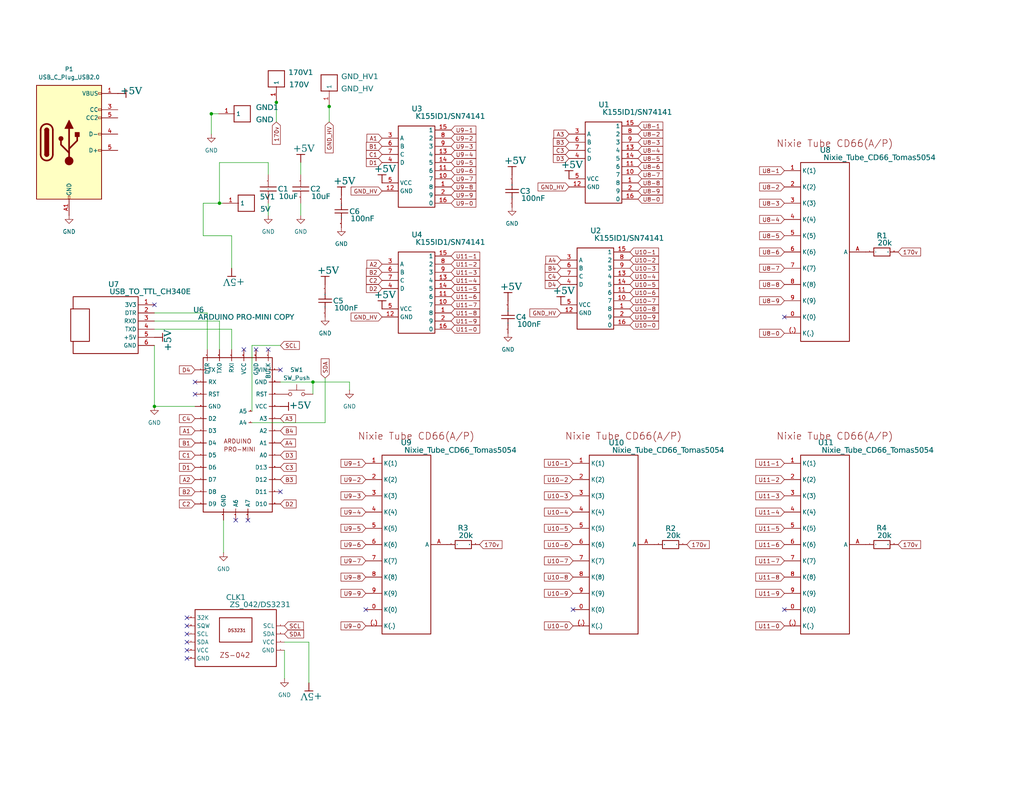
<source format=kicad_sch>
(kicad_sch (version 20250114) (generator "eeschema") (generator_version "9.0")
  (paper "User" 320 250)
  (lib_symbols
    (symbol "+5V" (power) (pin_numbers (hide yes)) (pin_names (hide yes))
      (property "Value" "+5V" (at 0 3.81 0))
      (symbol "+5V_0_0"
        (pin power_in line (at 0 0 270) (length 0) (name "+5V") (number "1"))
      )
    )
    (symbol "C_1206_US"
      (property "Reference" "C3" (at 2.54 0.7747 0))
      (property "Value" "100nF" (at 2.54 -1.4097 0))
      (symbol "C_1206_US_0_0"
        (pin unspecified line (at 0 5.08 270) (length 2.54) (name "2") (number "2"))
        (pin unspecified line (at 0 -5.08 90) (length 2.54) (name "1") (number "1"))
      )
    )
    (symbol "C_1206_US_1"
      (property "Reference" "C4" (at 2.54 0.7747 0))
      (property "Value" "100nF" (at 2.54 -1.3843 0))
      (symbol "C_1206_US_1_0_0"
        (pin unspecified line (at 0 5.08 270) (length 2.54) (name "2") (number "2"))
        (pin unspecified line (at 0 -5.08 90) (length 2.54) (name "1") (number "1"))
      )
    )
    (symbol "C_1206_US_2"
      (property "Reference" "C5" (at 2.54 0.7747 0))
      (property "Value" "100nF" (at 2.54 -1.3843 0))
      (symbol "C_1206_US_2_0_0"
        (pin unspecified line (at 0 5.08 270) (length 2.54) (name "2") (number "2"))
        (pin unspecified line (at 0 -5.08 90) (length 2.54) (name "1") (number "1"))
      )
    )
    (symbol "C_1206_US_3"
      (property "Reference" "C6" (at 2.54 0.7747 0))
      (property "Value" "100nF" (at 2.54 -1.4097 0))
      (symbol "C_1206_US_3_0_0"
        (pin unspecified line (at 0 5.08 270) (length 2.54) (name "2") (number "2"))
        (pin unspecified line (at 0 -5.08 90) (length 2.54) (name "1") (number "1"))
      )
    )
    (symbol "Capacitor-SMD-1206"
      (property "Reference" "C1" (at 3.048 1.4605 0))
      (property "Value" "10uF" (at 3.048 -0.8255 0))
      (symbol "Capacitor-SMD-1206_0_0"
        (pin unspecified line (at 0 5.08 270) (length 3.81) (name "1") (number "1"))
        (pin unspecified line (at 0 -3.81 90) (length 3.81) (name "2") (number "2"))
      )
    )
    (symbol "Capacitor-SMD-1206_1"
      (property "Reference" "C2" (at 3.048 1.4605 0))
      (property "Value" "10uF" (at 3.048 -0.8255 0))
      (symbol "Capacitor-SMD-1206_1_0_0"
        (pin unspecified line (at 0 5.08 270) (length 3.81) (name "1") (number "1"))
        (pin unspecified line (at 0 -3.81 90) (length 3.81) (name "2") (number "2"))
      )
    )
    (symbol "K155ID1/SN74141"
      (property "Reference" "U1" (at -7.2136 26.5303 0))
      (property "Value" "K155ID1/SN74141" (at -7.2136 24.2443 0))
      (symbol "K155ID1/SN74141_0_0"
        (pin unspecified line (at -16.51 16.51 0) (length 5.08) (name "A") (number "3"))
        (pin unspecified line (at -16.51 13.97 0) (length 5.08) (name "B") (number "6"))
        (pin unspecified line (at -16.51 11.43 0) (length 5.08) (name "C") (number "7"))
        (pin unspecified line (at -16.51 8.89 0) (length 5.08) (name "D") (number "4"))
        (pin unspecified line (at -16.51 2.54 0) (length 5.08) (name "VCC") (number "5"))
        (pin unspecified line (at -16.51 0 0) (length 5.08) (name "GND") (number "12"))
        (pin unspecified line (at 5.08 19.05 180) (length 5.08) (name "1") (number "15"))
        (pin unspecified line (at 5.08 16.51 180) (length 5.08) (name "2") (number "8"))
        (pin unspecified line (at 5.08 13.97 180) (length 5.08) (name "3") (number "9"))
        (pin unspecified line (at 5.08 11.43 180) (length 5.08) (name "4") (number "13"))
        (pin unspecified line (at 5.08 8.89 180) (length 5.08) (name "5") (number "14"))
        (pin unspecified line (at 5.08 6.35 180) (length 5.08) (name "6") (number "11"))
        (pin unspecified line (at 5.08 3.81 180) (length 5.08) (name "7") (number "10"))
        (pin unspecified line (at 5.08 1.27 180) (length 5.08) (name "8") (number "1"))
        (pin unspecified line (at 5.08 -1.27 180) (length 5.08) (name "9") (number "2"))
        (pin unspecified line (at 5.08 -3.81 180) (length 5.08) (name "0") (number "16"))
      )
    )
    (symbol "K155ID1/SN74141_1"
      (property "Reference" "U2" (at -7.2136 26.5303 0))
      (property "Value" "K155ID1/SN74141" (at -7.2136 24.2443 0))
      (symbol "K155ID1/SN74141_1_0_0"
        (pin unspecified line (at -16.51 16.51 0) (length 5.08) (name "A") (number "3"))
        (pin unspecified line (at -16.51 13.97 0) (length 5.08) (name "B") (number "6"))
        (pin unspecified line (at -16.51 11.43 0) (length 5.08) (name "C") (number "7"))
        (pin unspecified line (at -16.51 8.89 0) (length 5.08) (name "D") (number "4"))
        (pin unspecified line (at -16.51 2.54 0) (length 5.08) (name "VCC") (number "5"))
        (pin unspecified line (at -16.51 0 0) (length 5.08) (name "GND") (number "12"))
        (pin unspecified line (at 5.08 19.05 180) (length 5.08) (name "1") (number "15"))
        (pin unspecified line (at 5.08 16.51 180) (length 5.08) (name "2") (number "8"))
        (pin unspecified line (at 5.08 13.97 180) (length 5.08) (name "3") (number "9"))
        (pin unspecified line (at 5.08 11.43 180) (length 5.08) (name "4") (number "13"))
        (pin unspecified line (at 5.08 8.89 180) (length 5.08) (name "5") (number "14"))
        (pin unspecified line (at 5.08 6.35 180) (length 5.08) (name "6") (number "11"))
        (pin unspecified line (at 5.08 3.81 180) (length 5.08) (name "7") (number "10"))
        (pin unspecified line (at 5.08 1.27 180) (length 5.08) (name "8") (number "1"))
        (pin unspecified line (at 5.08 -1.27 180) (length 5.08) (name "9") (number "2"))
        (pin unspecified line (at 5.08 -3.81 180) (length 5.08) (name "0") (number "16"))
      )
    )
    (symbol "K155ID1/SN74141_2"
      (property "Reference" "U3" (at -7.2136 26.5303 0))
      (property "Value" "K155ID1/SN74141" (at -7.2136 24.2443 0))
      (symbol "K155ID1/SN74141_2_0_0"
        (pin unspecified line (at -16.51 16.51 0) (length 5.08) (name "A") (number "3"))
        (pin unspecified line (at -16.51 13.97 0) (length 5.08) (name "B") (number "6"))
        (pin unspecified line (at -16.51 11.43 0) (length 5.08) (name "C") (number "7"))
        (pin unspecified line (at -16.51 8.89 0) (length 5.08) (name "D") (number "4"))
        (pin unspecified line (at -16.51 2.54 0) (length 5.08) (name "VCC") (number "5"))
        (pin unspecified line (at -16.51 0 0) (length 5.08) (name "GND") (number "12"))
        (pin unspecified line (at 5.08 19.05 180) (length 5.08) (name "1") (number "15"))
        (pin unspecified line (at 5.08 16.51 180) (length 5.08) (name "2") (number "8"))
        (pin unspecified line (at 5.08 13.97 180) (length 5.08) (name "3") (number "9"))
        (pin unspecified line (at 5.08 11.43 180) (length 5.08) (name "4") (number "13"))
        (pin unspecified line (at 5.08 8.89 180) (length 5.08) (name "5") (number "14"))
        (pin unspecified line (at 5.08 6.35 180) (length 5.08) (name "6") (number "11"))
        (pin unspecified line (at 5.08 3.81 180) (length 5.08) (name "7") (number "10"))
        (pin unspecified line (at 5.08 1.27 180) (length 5.08) (name "8") (number "1"))
        (pin unspecified line (at 5.08 -1.27 180) (length 5.08) (name "9") (number "2"))
        (pin unspecified line (at 5.08 -3.81 180) (length 5.08) (name "0") (number "16"))
      )
    )
    (symbol "K155ID1/SN74141_3"
      (property "Reference" "U4" (at -7.2136 26.5303 0))
      (property "Value" "K155ID1/SN74141" (at -7.2136 24.2443 0))
      (symbol "K155ID1/SN74141_3_0_0"
        (pin unspecified line (at -16.51 16.51 0) (length 5.08) (name "A") (number "3"))
        (pin unspecified line (at -16.51 13.97 0) (length 5.08) (name "B") (number "6"))
        (pin unspecified line (at -16.51 11.43 0) (length 5.08) (name "C") (number "7"))
        (pin unspecified line (at -16.51 8.89 0) (length 5.08) (name "D") (number "4"))
        (pin unspecified line (at -16.51 2.54 0) (length 5.08) (name "VCC") (number "5"))
        (pin unspecified line (at -16.51 0 0) (length 5.08) (name "GND") (number "12"))
        (pin unspecified line (at 5.08 19.05 180) (length 5.08) (name "1") (number "15"))
        (pin unspecified line (at 5.08 16.51 180) (length 5.08) (name "2") (number "8"))
        (pin unspecified line (at 5.08 13.97 180) (length 5.08) (name "3") (number "9"))
        (pin unspecified line (at 5.08 11.43 180) (length 5.08) (name "4") (number "13"))
        (pin unspecified line (at 5.08 8.89 180) (length 5.08) (name "5") (number "14"))
        (pin unspecified line (at 5.08 6.35 180) (length 5.08) (name "6") (number "11"))
        (pin unspecified line (at 5.08 3.81 180) (length 5.08) (name "7") (number "10"))
        (pin unspecified line (at 5.08 1.27 180) (length 5.08) (name "8") (number "1"))
        (pin unspecified line (at 5.08 -1.27 180) (length 5.08) (name "9") (number "2"))
        (pin unspecified line (at 5.08 -3.81 180) (length 5.08) (name "0") (number "16"))
      )
    )
    (symbol "New_Library:ARDUINO_PRO-MINI_COPY"
      (property "Reference" "U6" (at -13.208 70.3453 0))
      (property "Value" "ARDUINO_PRO-MINI_COPY" (at -13.208 68.1609 0))
      (symbol "ARDUINO_PRO-MINI_COPY_0_0"
        (text "ARDUINO" (at -3.81 29.2671 0) (effects (font (size 1.3271 1.3271)) (justify left top)))
        (text "PRO-MINI" (at -3.81 26.7271 0) (effects (font (size 1.3271 1.3271)) (justify left top)))
        (pin unspecified line (at -12.7 46.99 0) (length 3.556) (name "RX") (number "1"))
      )
      (symbol "ARDUINO_PRO-MINI_COPY_1_0"
        (pin unspecified line (at -12.7 50.8 0) (length 3.556) (name "TX") (number "TX"))
        (pin unspecified line (at -12.7 43.18 0) (length 3.556) (name "RST") (number "RST"))
        (pin unspecified line (at -12.7 39.37 0) (length 3.556) (name "GND") (number "GND"))
        (pin unspecified line (at -12.7 35.56 0) (length 3.556) (name "D2") (number "D2"))
        (pin unspecified line (at -12.7 31.75 0) (length 3.556) (name "D3") (number "D3"))
        (pin unspecified line (at -12.7 27.94 0) (length 3.556) (name "D4") (number "D4"))
        (pin unspecified line (at -12.7 24.13 0) (length 3.556) (name "D5") (number "D5"))
        (pin unspecified line (at -12.7 20.32 0) (length 3.556) (name "D6") (number "D6"))
        (pin unspecified line (at -12.7 16.51 0) (length 3.556) (name "D7") (number "D7"))
        (pin unspecified line (at -12.7 12.7 0) (length 3.556) (name "D8") (number "D8"))
        (pin unspecified line (at -12.7 8.89 0) (length 3.556) (name "D9") (number "D9"))
        (pin unspecified line (at -8.89 57.15 270) (length 3.556) (name "DTR") (number "DTR"))
        (pin unspecified line (at -5.08 57.15 270) (length 3.556) (name "TX0") (number "TX@1"))
        (pin unspecified line (at -3.81 3.81 90) (length 3.556) (name "GND") (number "GND"))
        (pin unspecified line (at -1.27 57.15 270) (length 3.556) (name "RXI") (number "RX@1"))
        (pin unspecified line (at 0 3.81 90) (length 3.556) (name "A6") (number "A6"))
        (pin unspecified line (at 2.54 57.15 270) (length 3.556) (name "VCC") (number "VCC@1"))
        (pin unspecified line (at 3.81 3.81 90) (length 3.556) (name "A7") (number "A7"))
        (pin unspecified line (at 5.08 37.846 180) (length 1.016) (name "A5") (number "A5"))
        (pin unspecified line (at 5.08 34.29 180) (length 1.016) (name "A4") (number "A4"))
        (pin unspecified line (at 6.35 57.15 270) (length 3.556) (name "GND") (number "GND@2"))
        (pin unspecified line (at 10.16 57.15 270) (length 3.556) (name "BULK") (number "BLK"))
        (pin unspecified line (at 13.97 50.8 180) (length 3.556) (name "VIN") (number "RAW"))
        (pin unspecified line (at 13.97 46.99 180) (length 3.556) (name "GND") (number "GND@1"))
        (pin unspecified line (at 13.97 43.18 180) (length 3.556) (name "RST") (number "RST@1"))
        (pin unspecified line (at 13.97 39.37 180) (length 3.556) (name "VCC") (number "VCC"))
        (pin unspecified line (at 13.97 35.56 180) (length 3.556) (name "A3") (number "A3"))
        (pin unspecified line (at 13.97 31.75 180) (length 3.556) (name "A2") (number "A2"))
        (pin unspecified line (at 13.97 27.94 180) (length 3.556) (name "A1") (number "A1"))
        (pin unspecified line (at 13.97 24.13 180) (length 3.556) (name "A0") (number "A0"))
        (pin unspecified line (at 13.97 20.32 180) (length 3.556) (name "D13") (number "D13"))
        (pin unspecified line (at 13.97 16.51 180) (length 3.556) (name "D12") (number "D12"))
        (pin unspecified line (at 13.97 12.7 180) (length 3.556) (name "D11") (number "D11"))
        (pin unspecified line (at 13.97 8.89 180) (length 3.556) (name "D10") (number "D10"))
      )
    )
    (symbol "New_Library:SOLDERPAD_2"
      (property "Reference" "31111" (at -0.635 9.4615 0))
      (property "Value" "GND_HV" (at -0.635 7.1755 0))
      (symbol "SOLDERPAD_2_0_0"
        (pin bidirectional line (at 0 -5.334 90) (length 4.9784) (name "1") (number "1"))
      )
    )
    (symbol "New_Library:USB_C_Plug_USB2.0" (pin_names (offset 1.016))
      (property "Reference" "P" (at -10.16 19.05 0))
      (property "Value" "USB_C_Plug_USB2.0" (at 12.7 19.05 0))
      (symbol "USB_C_Plug_USB2.0_1_1"
        (pin passive line (at 0 -22.86 90) (length 5.08) (hide yes) (name "GND") (number "2"))
        (pin passive line (at 0 -22.86 90) (length 5.08) (name "GND") (number "A1"))
        (pin passive line (at 0 -22.86 90) (length 5.08) (hide yes) (name "GND") (number "B1"))
        (pin passive line (at 0 -22.86 90) (length 5.08) (hide yes) (name "GND") (number "B12"))
        (pin passive line (at 15.24 15.24 180) (length 5.08) (name "VBUS") (number "1"))
        (pin passive line (at 15.24 15.24 180) (length 5.08) (hide yes) (name "VBUS") (number "A9"))
        (pin passive line (at 15.24 15.24 180) (length 5.08) (hide yes) (name "VBUS") (number "B4"))
        (pin passive line (at 15.24 15.24 180) (length 5.08) (hide yes) (name "VBUS") (number "B9"))
        (pin bidirectional line (at 15.24 10.16 180) (length 5.08) (name "CC") (number "3"))
        (pin bidirectional line (at 15.24 7.62 180) (length 5.08) (name "CC2") (number "5"))
        (pin bidirectional line (at 15.24 2.54 180) (length 5.08) (name "D-") (number "4"))
        (pin bidirectional line (at 15.24 -2.54 180) (length 5.08) (name "D+") (number "5"))
      )
    )
    (symbol "Nixie_Tube_CD66_Tomas5054"
      (property "Reference" "U8" (at 6.096 4.7117 0))
      (property "Value" "Nixie_Tube_CD66_Tomas5054" (at 6.096 2.4511 0))
      (symbol "Nixie_Tube_CD66_Tomas5054_0_0"
        (text "Nixie Tube CD66(A/P)" (at -7.62 7.2517 0) (effects (font (size 2.1717 2.1717)) (justify left top)))
        (pin unspecified line (at -5.08 -2.54 0) (length 5.08) (name "K(1)") (number "1"))
        (pin unspecified line (at -5.08 -7.62 0) (length 5.08) (name "K(2)") (number "2"))
        (pin unspecified line (at -5.08 -12.7 0) (length 5.08) (name "K(3)") (number "3"))
        (pin unspecified line (at -5.08 -17.78 0) (length 5.08) (name "K(4)") (number "4"))
        (pin unspecified line (at -5.08 -22.86 0) (length 5.08) (name "K(5)") (number "5"))
        (pin unspecified line (at -5.08 -27.94 0) (length 5.08) (name "K(6)") (number "6"))
        (pin unspecified line (at -5.08 -33.02 0) (length 5.08) (name "K(7)") (number "7"))
        (pin unspecified line (at -5.08 -38.1 0) (length 5.08) (name "K(8)") (number "8"))
        (pin unspecified line (at -5.08 -43.18 0) (length 5.08) (name "K(9)") (number "9"))
        (pin unspecified line (at -5.08 -48.26 0) (length 5.08) (name "K(0)") (number "0"))
        (pin unspecified line (at -5.08 -53.34 0) (length 5.08) (name "K(.)") (number "(.)"))
        (pin unspecified line (at 20.32 -27.94 180) (length 5.08) (name "A") (number "A"))
      )
    )
    (symbol "Nixie_Tube_CD66_Tomas5054_1"
      (property "Reference" "U9" (at 5.9436 4.7625 0))
      (property "Value" "Nixie_Tube_CD66_Tomas5054" (at 5.9436 2.4511 0))
      (symbol "Nixie_Tube_CD66_Tomas5054_1_0_0"
        (text "Nixie Tube CD66(A/P)" (at -7.62 7.2517 0) (effects (font (size 2.1717 2.1717)) (justify left top)))
        (pin unspecified line (at -5.08 -2.54 0) (length 5.08) (name "K(1)") (number "1"))
        (pin unspecified line (at -5.08 -7.62 0) (length 5.08) (name "K(2)") (number "2"))
        (pin unspecified line (at -5.08 -12.7 0) (length 5.08) (name "K(3)") (number "3"))
        (pin unspecified line (at -5.08 -17.78 0) (length 5.08) (name "K(4)") (number "4"))
        (pin unspecified line (at -5.08 -22.86 0) (length 5.08) (name "K(5)") (number "5"))
        (pin unspecified line (at -5.08 -27.94 0) (length 5.08) (name "K(6)") (number "6"))
        (pin unspecified line (at -5.08 -33.02 0) (length 5.08) (name "K(7)") (number "7"))
        (pin unspecified line (at -5.08 -38.1 0) (length 5.08) (name "K(8)") (number "8"))
        (pin unspecified line (at -5.08 -43.18 0) (length 5.08) (name "K(9)") (number "9"))
        (pin unspecified line (at -5.08 -48.26 0) (length 5.08) (name "K(0)") (number "0"))
        (pin unspecified line (at -5.08 -53.34 0) (length 5.08) (name "K(.)") (number "(.)"))
        (pin unspecified line (at 20.32 -27.94 180) (length 5.08) (name "A") (number "A"))
      )
    )
    (symbol "Nixie_Tube_CD66_Tomas5054_2"
      (property "Reference" "U10" (at 6.096 4.7117 0))
      (property "Value" "Nixie_Tube_CD66_Tomas5054" (at 6.096 2.4511 0))
      (symbol "Nixie_Tube_CD66_Tomas5054_2_0_0"
        (text "Nixie Tube CD66(A/P)" (at -7.62 7.2517 0) (effects (font (size 2.1717 2.1717)) (justify left top)))
        (pin unspecified line (at -5.08 -2.54 0) (length 5.08) (name "K(1)") (number "1"))
        (pin unspecified line (at -5.08 -7.62 0) (length 5.08) (name "K(2)") (number "2"))
        (pin unspecified line (at -5.08 -12.7 0) (length 5.08) (name "K(3)") (number "3"))
        (pin unspecified line (at -5.08 -17.78 0) (length 5.08) (name "K(4)") (number "4"))
        (pin unspecified line (at -5.08 -22.86 0) (length 5.08) (name "K(5)") (number "5"))
        (pin unspecified line (at -5.08 -27.94 0) (length 5.08) (name "K(6)") (number "6"))
        (pin unspecified line (at -5.08 -33.02 0) (length 5.08) (name "K(7)") (number "7"))
        (pin unspecified line (at -5.08 -38.1 0) (length 5.08) (name "K(8)") (number "8"))
        (pin unspecified line (at -5.08 -43.18 0) (length 5.08) (name "K(9)") (number "9"))
        (pin unspecified line (at -5.08 -48.26 0) (length 5.08) (name "K(0)") (number "0"))
        (pin unspecified line (at -5.08 -53.34 0) (length 5.08) (name "K(.)") (number "(.)"))
        (pin unspecified line (at 20.32 -27.94 180) (length 5.08) (name "A") (number "A"))
      )
    )
    (symbol "Nixie_Tube_CD66_Tomas5054_3"
      (property "Reference" "U11" (at 5.5118 4.7625 0))
      (property "Value" "Nixie_Tube_CD66_Tomas5054" (at 5.5118 2.4511 0))
      (symbol "Nixie_Tube_CD66_Tomas5054_3_0_0"
        (text "Nixie Tube CD66(A/P)" (at -7.62 7.2517 0) (effects (font (size 2.1717 2.1717)) (justify left top)))
        (pin unspecified line (at -5.08 -2.54 0) (length 5.08) (name "K(1)") (number "1"))
        (pin unspecified line (at -5.08 -7.62 0) (length 5.08) (name "K(2)") (number "2"))
        (pin unspecified line (at -5.08 -12.7 0) (length 5.08) (name "K(3)") (number "3"))
        (pin unspecified line (at -5.08 -17.78 0) (length 5.08) (name "K(4)") (number "4"))
        (pin unspecified line (at -5.08 -22.86 0) (length 5.08) (name "K(5)") (number "5"))
        (pin unspecified line (at -5.08 -27.94 0) (length 5.08) (name "K(6)") (number "6"))
        (pin unspecified line (at -5.08 -33.02 0) (length 5.08) (name "K(7)") (number "7"))
        (pin unspecified line (at -5.08 -38.1 0) (length 5.08) (name "K(8)") (number "8"))
        (pin unspecified line (at -5.08 -43.18 0) (length 5.08) (name "K(9)") (number "9"))
        (pin unspecified line (at -5.08 -48.26 0) (length 5.08) (name "K(0)") (number "0"))
        (pin unspecified line (at -5.08 -53.34 0) (length 5.08) (name "K(.)") (number "(.)"))
        (pin unspecified line (at 20.32 -27.94 180) (length 5.08) (name "A") (number "A"))
      )
    )
    (symbol "Res_AXIAL-0.4(1/4W)_EU"
      (property "Reference" "R1" (at -1.5494 5.9055 0))
      (property "Value" "20k" (at -1.5494 3.7211 0))
      (symbol "Res_AXIAL-0.4(1/4W)_EU_0_0"
        (pin unspecified line (at -5.08 0 0) (length 2.54) (name "1") (number "1"))
        (pin unspecified line (at 5.08 0 180) (length 2.54) (name "2") (number "2"))
      )
    )
    (symbol "Res_AXIAL-0.4(1/4W)_EU_1"
      (property "Reference" "R2" (at -1.5494 5.8801 0))
      (property "Value" "20k" (at -1.5494 3.7211 0))
      (symbol "Res_AXIAL-0.4(1/4W)_EU_1_0_0"
        (pin unspecified line (at -5.08 0 0) (length 2.54) (name "1") (number "1"))
        (pin unspecified line (at 5.08 0 180) (length 2.54) (name "2") (number "2"))
      )
    )
    (symbol "Res_AXIAL-0.4(1/4W)_EU_2"
      (property "Reference" "R3" (at -1.651 6.0325 0))
      (property "Value" "20k" (at -1.651 3.7211 0))
      (symbol "Res_AXIAL-0.4(1/4W)_EU_2_0_0"
        (pin unspecified line (at -5.08 0 0) (length 2.54) (name "1") (number "1"))
        (pin unspecified line (at 5.08 0 180) (length 2.54) (name "2") (number "2"))
      )
    )
    (symbol "Res_AXIAL-0.4(1/4W)_EU_3"
      (property "Reference" "R4" (at -1.651 6.0325 0))
      (property "Value" "20k" (at -1.651 3.7211 0))
      (symbol "Res_AXIAL-0.4(1/4W)_EU_3_0_0"
        (pin unspecified line (at -5.08 0 0) (length 2.54) (name "1") (number "1"))
        (pin unspecified line (at 5.08 0 180) (length 2.54) (name "2") (number "2"))
      )
    )
    (symbol "Switch:SW_Push" (pin_numbers (hide yes)) (pin_names (offset 1.016) (hide yes))
      (property "Reference" "SW" (at 1.27 2.54 0))
      (property "Value" "SW_Push" (at 0 -1.524 0))
      (symbol "SW_Push_0_1"
        (pin passive line (at -5.08 0 0) (length 2.54) (name "1") (number "1"))
        (pin passive line (at 5.08 0 180) (length 2.54) (name "2") (number "2"))
      )
    )
    (symbol "USB_TO_TTL_CH340E"
      (property "Reference" "U7" (at 0.889 13.5763 0))
      (property "Value" "USB_TO_TTL_CH340E" (at 0.889 11.3665 0))
      (symbol "USB_TO_TTL_CH340E_0_0"
        (pin unspecified line (at 15.24 6.35 180) (length 5.08) (name "3V3") (number "1"))
        (pin unspecified line (at 15.24 3.81 180) (length 5.08) (name "DTR") (number "2"))
        (pin unspecified line (at 15.24 1.27 180) (length 5.08) (name "RXD") (number "3"))
        (pin unspecified line (at 15.24 -1.27 180) (length 5.08) (name "TXD") (number "4"))
        (pin unspecified line (at 15.24 -3.81 180) (length 5.08) (name "+5V") (number "5"))
        (pin unspecified line (at 15.24 -6.35 180) (length 5.08) (name "GND") (number "6"))
      )
    )
    (symbol "ZS_042/DS3231"
      (property "Reference" "CLK1" (at 9.7282 4.6609 0))
      (property "Value" "ZS_042/DS3231" (at 9.7282 2.4511 0))
      (symbol "ZS_042/DS3231_0_0"
        (text "ZS-042" (at 7.62 -13.316 0) (effects (font (size 1.5684 1.5684)) (justify left top)))
        (text "DS3231" (at 10.16 -5.9436 0) (effects (font (size 0.9652 0.9652)) (justify left top)))
        (pin input line (at -2.54 -2.54 0) (length 2.54) (name "32K") (number "5"))
        (pin input line (at -2.54 -5.08 0) (length 2.54) (name "SQW") (number "6"))
        (pin input line (at -2.54 -7.62 0) (length 2.54) (name "SCL") (number "7"))
        (pin bidirectional line (at -2.54 -10.16 0) (length 2.54) (name "SDA") (number "8"))
        (pin passive line (at -2.54 -12.7 0) (length 2.54) (name "VCC") (number "9"))
        (pin passive line (at -2.54 -15.24 0) (length 2.54) (name "GND") (number "10"))
        (pin input line (at 27.94 -5.08 180) (length 2.54) (name "SCL") (number "1"))
        (pin bidirectional line (at 27.94 -7.62 180) (length 2.54) (name "SDA") (number "2"))
        (pin passive line (at 27.94 -10.16 180) (length 2.54) (name "VCC") (number "3"))
        (pin passive line (at 27.94 -12.7 180) (length 2.54) (name "GND") (number "4"))
      )
    )
    (symbol "power:GND" (power) (pin_numbers (hide yes)) (pin_names (offset 0) (hide yes))
      (property "Value" "GND" (at 0 -3.81 0))
      (symbol "GND_1_1"
        (pin power_in line (at 0 0 270) (length 0) (name "~") (number "1"))
      )
    )
  )
  (junction (at 66.04 35.56))
  (junction (at 97.79 119.38))
  (junction (at 48.26 127))
  (junction (at 102.87 33.274))
  (junction (at 86.36 32.004))
  (junction (at 68.58 63.5))
  (no_connect (at 73.66 162.56))
  (no_connect (at 58.42 195.58))
  (no_connect (at 87.63 153.67))
  (no_connect (at 80.01 109.22))
  (no_connect (at 58.42 200.66))
  (no_connect (at 245.11 190.5))
  (no_connect (at 87.63 115.57))
  (no_connect (at 245.11 99.06))
  (no_connect (at 48.26 95.25))
  (no_connect (at 179.07 190.5))
  (no_connect (at 60.96 123.19))
  (no_connect (at 60.96 119.38))
  (no_connect (at 58.42 203.2))
  (no_connect (at 83.82 109.22))
  (no_connect (at 77.47 162.56))
  (no_connect (at 58.42 205.74))
  (no_connect (at 76.2 109.22))
  (no_connect (at 114.3 190.5))
  (no_connect (at 58.42 193.04))
  (no_connect (at 58.42 198.12))
  (wire (pts (xy 48.26 127) (xy 60.96 127)))
  (wire (pts (xy 68.58 50.8) (xy 83.82 50.8)))
  (wire (pts (xy 93.98 63.5) (xy 93.98 67.31)))
  (wire (pts (xy 48.26 102.87) (xy 72.39 102.87)))
  (wire (pts (xy 64.77 97.79) (xy 48.26 97.79)))
  (wire (pts (xy 69.85 162.56) (xy 69.85 172.72)))
  (wire (pts (xy 68.326 35.56) (xy 66.04 35.56)))
  (wire (pts (xy 68.58 109.22) (xy 68.58 100.33)))
  (wire (pts (xy 102.87 33.274) (xy 102.87 38.1)))
  (wire (pts (xy 83.82 50.8) (xy 83.82 54.61)))
  (wire (pts (xy 96.52 200.66) (xy 96.52 213.36)))
  (wire (pts (xy 109.22 119.38) (xy 97.79 119.38)))
  (wire (pts (xy 63.5 63.5) (xy 68.58 63.5)))
  (wire (pts (xy 109.22 121.92) (xy 109.22 119.38)))
  (wire (pts (xy 68.58 63.5) (xy 68.58 50.8)))
  (wire (pts (xy 97.79 119.38) (xy 97.79 123.19)))
  (wire (pts (xy 101.6 132.08) (xy 78.74 132.08)))
  (wire (pts (xy 64.77 109.22) (xy 64.77 97.79)))
  (wire (pts (xy 72.39 102.87) (xy 72.39 109.22)))
  (wire (pts (xy 48.26 107.95) (xy 48.26 127)))
  (wire (pts (xy 72.39 73.66) (xy 63.5 73.66)))
  (wire (pts (xy 66.04 35.56) (xy 65.786 35.56)))
  (wire (pts (xy 88.9 200.66) (xy 96.52 200.66)))
  (wire (pts (xy 97.79 119.38) (xy 87.63 119.38)))
  (wire (pts (xy 72.39 83.82) (xy 72.39 73.66)))
  (wire (pts (xy 101.6 118.11) (xy 101.6 132.08)))
  (wire (pts (xy 78.74 107.95) (xy 78.74 128.524)))
  (wire (pts (xy 66.04 35.56) (xy 66.04 41.91)))
  (wire (pts (xy 68.58 100.33) (xy 48.26 100.33)))
  (wire (pts (xy 102.87 33.02) (xy 102.87 33.274)))
  (wire (pts (xy 86.36 31.75) (xy 86.36 32.004)))
  (wire (pts (xy 83.82 63.5) (xy 83.82 67.31)))
  (wire (pts (xy 93.98 50.8) (xy 93.98 54.61)))
  (wire (pts (xy 86.36 32.004) (xy 86.36 38.1)))
  (wire (pts (xy 69.596 63.5) (xy 68.58 63.5)))
  (wire (pts (xy 63.5 73.66) (xy 63.5 63.5)))
  (wire (pts (xy 87.63 107.95) (xy 78.74 107.95)))
  (wire (pts (xy 88.9 203.2) (xy 88.9 212.09)))
  (global_label "170v" (shape input) (at 280.67 170.18 0) (property "Intersheetrefs" "${INTERSHEET_REFS}" (effects (hide yes))))
  (global_label "GND_HV" (shape input) (at 102.87 38.1 270) (property "Intersheetrefs" "${INTERSHEET_REFS}" (effects (hide yes))))
  (global_label "C2" (shape input) (at 60.96 157.48 180) (property "Intersheetrefs" "${INTERSHEET_REFS}" (effects (hide yes))))
  (global_label "B1" (shape input) (at 60.96 138.43 180) (property "Intersheetrefs" "${INTERSHEET_REFS}" (effects (hide yes))))
  (global_label "U9-6" (shape input) (at 114.3 170.18 180) (property "Intersheetrefs" "${INTERSHEET_REFS}" (effects (hide yes))))
  (global_label "U8-9" (shape input) (at 199.39 59.69 0) (property "Intersheetrefs" "${INTERSHEET_REFS}" (effects (hide yes))))
  (global_label "U10-8" (shape input) (at 196.85 96.52 0) (property "Intersheetrefs" "${INTERSHEET_REFS}" (effects (hide yes))))
  (global_label "U10-2" (shape input) (at 196.85 81.28 0) (property "Intersheetrefs" "${INTERSHEET_REFS}" (effects (hide yes))))
  (global_label "U9-7" (shape input) (at 140.97 55.88 0) (property "Intersheetrefs" "${INTERSHEET_REFS}" (effects (hide yes))))
  (global_label "C2" (shape input) (at 119.38 87.63 180) (property "Intersheetrefs" "${INTERSHEET_REFS}" (effects (hide yes))))
  (global_label "U9-2" (shape input) (at 140.97 43.18 0) (property "Intersheetrefs" "${INTERSHEET_REFS}" (effects (hide yes))))
  (global_label "A1" (shape input) (at 60.96 134.62 180) (property "Intersheetrefs" "${INTERSHEET_REFS}" (effects (hide yes))))
  (global_label "U8-6" (shape input) (at 199.39 52.07 0) (property "Intersheetrefs" "${INTERSHEET_REFS}" (effects (hide yes))))
  (global_label "B1" (shape input) (at 119.38 45.72 180) (property "Intersheetrefs" "${INTERSHEET_REFS}" (effects (hide yes))))
  (global_label "U11-6" (shape input) (at 140.97 92.71 0) (property "Intersheetrefs" "${INTERSHEET_REFS}" (effects (hide yes))))
  (global_label "U9-3" (shape input) (at 140.97 45.72 0) (property "Intersheetrefs" "${INTERSHEET_REFS}" (effects (hide yes))))
  (global_label "U11-2" (shape input) (at 245.11 149.86 180) (property "Intersheetrefs" "${INTERSHEET_REFS}" (effects (hide yes))))
  (global_label "U9-9" (shape input) (at 140.97 60.96 0) (property "Intersheetrefs" "${INTERSHEET_REFS}" (effects (hide yes))))
  (global_label "U10-7" (shape input) (at 179.07 175.26 180) (property "Intersheetrefs" "${INTERSHEET_REFS}" (effects (hide yes))))
  (global_label "U8-2" (shape input) (at 199.39 41.91 0) (property "Intersheetrefs" "${INTERSHEET_REFS}" (effects (hide yes))))
  (global_label "U9-2" (shape input) (at 114.3 149.86 180) (property "Intersheetrefs" "${INTERSHEET_REFS}" (effects (hide yes))))
  (global_label "U8-8" (shape input) (at 199.39 57.15 0) (property "Intersheetrefs" "${INTERSHEET_REFS}" (effects (hide yes))))
  (global_label "C3" (shape input) (at 177.8 46.99 180) (property "Intersheetrefs" "${INTERSHEET_REFS}" (effects (hide yes))))
  (global_label "U10-3" (shape input) (at 179.07 154.94 180) (property "Intersheetrefs" "${INTERSHEET_REFS}" (effects (hide yes))))
  (global_label "U10-0" (shape input) (at 196.85 101.6 0) (property "Intersheetrefs" "${INTERSHEET_REFS}" (effects (hide yes))))
  (global_label "U10-1" (shape input) (at 179.07 144.78 180) (property "Intersheetrefs" "${INTERSHEET_REFS}" (effects (hide yes))))
  (global_label "U10-5" (shape input) (at 179.07 165.1 180) (property "Intersheetrefs" "${INTERSHEET_REFS}" (effects (hide yes))))
  (global_label "U11-4" (shape input) (at 140.97 87.63 0) (property "Intersheetrefs" "${INTERSHEET_REFS}" (effects (hide yes))))
  (global_label "B4" (shape input) (at 87.63 134.62 0) (property "Intersheetrefs" "${INTERSHEET_REFS}" (effects (hide yes))))
  (global_label "170v" (shape input) (at 280.67 78.74 0) (property "Intersheetrefs" "${INTERSHEET_REFS}" (effects (hide yes))))
  (global_label "A2" (shape input) (at 60.96 149.86 180) (property "Intersheetrefs" "${INTERSHEET_REFS}" (effects (hide yes))))
  (global_label "A2" (shape input) (at 119.38 82.55 180) (property "Intersheetrefs" "${INTERSHEET_REFS}" (effects (hide yes))))
  (global_label "A4" (shape input) (at 175.26 81.28 180) (property "Intersheetrefs" "${INTERSHEET_REFS}" (effects (hide yes))))
  (global_label "U9-5" (shape input) (at 140.97 50.8 0) (property "Intersheetrefs" "${INTERSHEET_REFS}" (effects (hide yes))))
  (global_label "U11-3" (shape input) (at 245.11 154.94 180) (property "Intersheetrefs" "${INTERSHEET_REFS}" (effects (hide yes))))
  (global_label "U11-6" (shape input) (at 245.11 170.18 180) (property "Intersheetrefs" "${INTERSHEET_REFS}" (effects (hide yes))))
  (global_label "U10-4" (shape input) (at 179.07 160.02 180) (property "Intersheetrefs" "${INTERSHEET_REFS}" (effects (hide yes))))
  (global_label "U8-0" (shape input) (at 199.39 62.23 0) (property "Intersheetrefs" "${INTERSHEET_REFS}" (effects (hide yes))))
  (global_label "U11-9" (shape input) (at 245.11 185.42 180) (property "Intersheetrefs" "${INTERSHEET_REFS}" (effects (hide yes))))
  (global_label "D4" (shape input) (at 60.96 115.57 180) (property "Intersheetrefs" "${INTERSHEET_REFS}" (effects (hide yes))))
  (global_label "U9-6" (shape input) (at 140.97 53.34 0) (property "Intersheetrefs" "${INTERSHEET_REFS}" (effects (hide yes))))
  (global_label "U10-0" (shape input) (at 179.07 195.58 180) (property "Intersheetrefs" "${INTERSHEET_REFS}" (effects (hide yes))))
  (global_label "D3" (shape input) (at 87.63 142.24 0) (property "Intersheetrefs" "${INTERSHEET_REFS}" (effects (hide yes))))
  (global_label "U9-4" (shape input) (at 114.3 160.02 180) (property "Intersheetrefs" "${INTERSHEET_REFS}" (effects (hide yes))))
  (global_label "C3" (shape input) (at 87.63 146.05 0) (property "Intersheetrefs" "${INTERSHEET_REFS}" (effects (hide yes))))
  (global_label "U9-7" (shape input) (at 114.3 175.26 180) (property "Intersheetrefs" "${INTERSHEET_REFS}" (effects (hide yes))))
  (global_label "U8-1" (shape input) (at 199.39 39.37 0) (property "Intersheetrefs" "${INTERSHEET_REFS}" (effects (hide yes))))
  (global_label "A3" (shape input) (at 177.8 41.91 180) (property "Intersheetrefs" "${INTERSHEET_REFS}" (effects (hide yes))))
  (global_label "U9-1" (shape input) (at 140.97 40.64 0) (property "Intersheetrefs" "${INTERSHEET_REFS}" (effects (hide yes))))
  (global_label "U9-0" (shape input) (at 140.97 63.5 0) (property "Intersheetrefs" "${INTERSHEET_REFS}" (effects (hide yes))))
  (global_label "C1" (shape input) (at 119.38 48.26 180) (property "Intersheetrefs" "${INTERSHEET_REFS}" (effects (hide yes))))
  (global_label "GND_HV" (shape input) (at 119.38 99.06 180) (property "Intersheetrefs" "${INTERSHEET_REFS}" (effects (hide yes))))
  (global_label "U11-8" (shape input) (at 245.11 180.34 180) (property "Intersheetrefs" "${INTERSHEET_REFS}" (effects (hide yes))))
  (global_label "U11-7" (shape input) (at 140.97 95.25 0) (property "Intersheetrefs" "${INTERSHEET_REFS}" (effects (hide yes))))
  (global_label "U10-2" (shape input) (at 179.07 149.86 180) (property "Intersheetrefs" "${INTERSHEET_REFS}" (effects (hide yes))))
  (global_label "B4" (shape input) (at 175.26 83.82 180) (property "Intersheetrefs" "${INTERSHEET_REFS}" (effects (hide yes))))
  (global_label "SCL" (shape input) (at 87.63 107.95 0) (property "Intersheetrefs" "${INTERSHEET_REFS}" (effects (hide yes))))
  (global_label "U11-3" (shape input) (at 140.97 85.09 0) (property "Intersheetrefs" "${INTERSHEET_REFS}" (effects (hide yes))))
  (global_label "U10-4" (shape input) (at 196.85 86.36 0) (property "Intersheetrefs" "${INTERSHEET_REFS}" (effects (hide yes))))
  (global_label "U11-0" (shape input) (at 245.11 195.58 180) (property "Intersheetrefs" "${INTERSHEET_REFS}" (effects (hide yes))))
  (global_label "U8-0" (shape input) (at 245.11 104.14 180) (property "Intersheetrefs" "${INTERSHEET_REFS}" (effects (hide yes))))
  (global_label "D1" (shape input) (at 119.38 50.8 180) (property "Intersheetrefs" "${INTERSHEET_REFS}" (effects (hide yes))))
  (global_label "U8-3" (shape input) (at 245.11 63.5 180) (property "Intersheetrefs" "${INTERSHEET_REFS}" (effects (hide yes))))
  (global_label "U8-7" (shape input) (at 245.11 83.82 180) (property "Intersheetrefs" "${INTERSHEET_REFS}" (effects (hide yes))))
  (global_label "U8-9" (shape input) (at 245.11 93.98 180) (property "Intersheetrefs" "${INTERSHEET_REFS}" (effects (hide yes))))
  (global_label "D4" (shape input) (at 175.26 88.9 180) (property "Intersheetrefs" "${INTERSHEET_REFS}" (effects (hide yes))))
  (global_label "U8-8" (shape input) (at 245.11 88.9 180) (property "Intersheetrefs" "${INTERSHEET_REFS}" (effects (hide yes))))
  (global_label "A4" (shape input) (at 87.63 138.43 0) (property "Intersheetrefs" "${INTERSHEET_REFS}" (effects (hide yes))))
  (global_label "B2" (shape input) (at 60.96 153.67 180) (property "Intersheetrefs" "${INTERSHEET_REFS}" (effects (hide yes))))
  (global_label "U9-0" (shape input) (at 114.3 195.58 180) (property "Intersheetrefs" "${INTERSHEET_REFS}" (effects (hide yes))))
  (global_label "GND_HV" (shape input) (at 119.38 59.69 180) (property "Intersheetrefs" "${INTERSHEET_REFS}" (effects (hide yes))))
  (global_label "U9-8" (shape input) (at 140.97 58.42 0) (property "Intersheetrefs" "${INTERSHEET_REFS}" (effects (hide yes))))
  (global_label "170v" (shape input) (at 214.63 170.18 0) (property "Intersheetrefs" "${INTERSHEET_REFS}" (effects (hide yes))))
  (global_label "D3" (shape input) (at 177.8 49.53 180) (property "Intersheetrefs" "${INTERSHEET_REFS}" (effects (hide yes))))
  (global_label "GND_HV" (shape input) (at 175.26 97.79 180) (property "Intersheetrefs" "${INTERSHEET_REFS}" (effects (hide yes))))
  (global_label "170v" (shape input) (at 86.36 38.1 270) (property "Intersheetrefs" "${INTERSHEET_REFS}" (effects (hide yes))))
  (global_label "170v" (shape input) (at 149.86 170.18 0) (property "Intersheetrefs" "${INTERSHEET_REFS}" (effects (hide yes))))
  (global_label "C4" (shape input) (at 60.96 130.81 180) (property "Intersheetrefs" "${INTERSHEET_REFS}" (effects (hide yes))))
  (global_label "U9-8" (shape input) (at 114.3 180.34 180) (property "Intersheetrefs" "${INTERSHEET_REFS}" (effects (hide yes))))
  (global_label "U10-9" (shape input) (at 196.85 99.06 0) (property "Intersheetrefs" "${INTERSHEET_REFS}" (effects (hide yes))))
  (global_label "U8-5" (shape input) (at 245.11 73.66 180) (property "Intersheetrefs" "${INTERSHEET_REFS}" (effects (hide yes))))
  (global_label "U11-5" (shape input) (at 140.97 90.17 0) (property "Intersheetrefs" "${INTERSHEET_REFS}" (effects (hide yes))))
  (global_label "U10-6" (shape input) (at 179.07 170.18 180) (property "Intersheetrefs" "${INTERSHEET_REFS}" (effects (hide yes))))
  (global_label "D2" (shape input) (at 119.38 90.17 180) (property "Intersheetrefs" "${INTERSHEET_REFS}" (effects (hide yes))))
  (global_label "U11-1" (shape input) (at 140.97 80.01 0) (property "Intersheetrefs" "${INTERSHEET_REFS}" (effects (hide yes))))
  (global_label "U9-4" (shape input) (at 140.97 48.26 0) (property "Intersheetrefs" "${INTERSHEET_REFS}" (effects (hide yes))))
  (global_label "U9-1" (shape input) (at 114.3 144.78 180) (property "Intersheetrefs" "${INTERSHEET_REFS}" (effects (hide yes))))
  (global_label "U9-5" (shape input) (at 114.3 165.1 180) (property "Intersheetrefs" "${INTERSHEET_REFS}" (effects (hide yes))))
  (global_label "U8-4" (shape input) (at 199.39 46.99 0) (property "Intersheetrefs" "${INTERSHEET_REFS}" (effects (hide yes))))
  (global_label "U8-6" (shape input) (at 245.11 78.74 180) (property "Intersheetrefs" "${INTERSHEET_REFS}" (effects (hide yes))))
  (global_label "U11-1" (shape input) (at 245.11 144.78 180) (property "Intersheetrefs" "${INTERSHEET_REFS}" (effects (hide yes))))
  (global_label "U11-8" (shape input) (at 140.97 97.79 0) (property "Intersheetrefs" "${INTERSHEET_REFS}" (effects (hide yes))))
  (global_label "U8-7" (shape input) (at 199.39 54.61 0) (property "Intersheetrefs" "${INTERSHEET_REFS}" (effects (hide yes))))
  (global_label "SDA" (shape input) (at 101.6 118.11 90) (property "Intersheetrefs" "${INTERSHEET_REFS}" (effects (hide yes))))
  (global_label "A1" (shape input) (at 119.38 43.18 180) (property "Intersheetrefs" "${INTERSHEET_REFS}" (effects (hide yes))))
  (global_label "B2" (shape input) (at 119.38 85.09 180) (property "Intersheetrefs" "${INTERSHEET_REFS}" (effects (hide yes))))
  (global_label "U10-8" (shape input) (at 179.07 180.34 180) (property "Intersheetrefs" "${INTERSHEET_REFS}" (effects (hide yes))))
  (global_label "U10-3" (shape input) (at 196.85 83.82 0) (property "Intersheetrefs" "${INTERSHEET_REFS}" (effects (hide yes))))
  (global_label "A3" (shape input) (at 87.63 130.81 0) (property "Intersheetrefs" "${INTERSHEET_REFS}" (effects (hide yes))))
  (global_label "U8-1" (shape input) (at 245.11 53.34 180) (property "Intersheetrefs" "${INTERSHEET_REFS}" (effects (hide yes))))
  (global_label "U11-9" (shape input) (at 140.97 100.33 0) (property "Intersheetrefs" "${INTERSHEET_REFS}" (effects (hide yes))))
  (global_label "U11-4" (shape input) (at 245.11 160.02 180) (property "Intersheetrefs" "${INTERSHEET_REFS}" (effects (hide yes))))
  (global_label "U11-5" (shape input) (at 245.11 165.1 180) (property "Intersheetrefs" "${INTERSHEET_REFS}" (effects (hide yes))))
  (global_label "U8-5" (shape input) (at 199.39 49.53 0) (property "Intersheetrefs" "${INTERSHEET_REFS}" (effects (hide yes))))
  (global_label "U10-1" (shape input) (at 196.85 78.74 0) (property "Intersheetrefs" "${INTERSHEET_REFS}" (effects (hide yes))))
  (global_label "U11-7" (shape input) (at 245.11 175.26 180) (property "Intersheetrefs" "${INTERSHEET_REFS}" (effects (hide yes))))
  (global_label "U8-2" (shape input) (at 245.11 58.42 180) (property "Intersheetrefs" "${INTERSHEET_REFS}" (effects (hide yes))))
  (global_label "U8-4" (shape input) (at 245.11 68.58 180) (property "Intersheetrefs" "${INTERSHEET_REFS}" (effects (hide yes))))
  (global_label "B3" (shape input) (at 87.63 149.86 0) (property "Intersheetrefs" "${INTERSHEET_REFS}" (effects (hide yes))))
  (global_label "U10-9" (shape input) (at 179.07 185.42 180) (property "Intersheetrefs" "${INTERSHEET_REFS}" (effects (hide yes))))
  (global_label "D1" (shape input) (at 60.96 146.05 180) (property "Intersheetrefs" "${INTERSHEET_REFS}" (effects (hide yes))))
  (global_label "C1" (shape input) (at 60.96 142.24 180) (property "Intersheetrefs" "${INTERSHEET_REFS}" (effects (hide yes))))
  (global_label "D2" (shape input) (at 87.63 157.48 0) (property "Intersheetrefs" "${INTERSHEET_REFS}" (effects (hide yes))))
  (global_label "U10-6" (shape input) (at 196.85 91.44 0) (property "Intersheetrefs" "${INTERSHEET_REFS}" (effects (hide yes))))
  (global_label "SDA" (shape input) (at 88.9 198.12 0) (property "Intersheetrefs" "${INTERSHEET_REFS}" (effects (hide yes))))
  (global_label "U10-7" (shape input) (at 196.85 93.98 0) (property "Intersheetrefs" "${INTERSHEET_REFS}" (effects (hide yes))))
  (global_label "U10-5" (shape input) (at 196.85 88.9 0) (property "Intersheetrefs" "${INTERSHEET_REFS}" (effects (hide yes))))
  (global_label "U9-3" (shape input) (at 114.3 154.94 180) (property "Intersheetrefs" "${INTERSHEET_REFS}" (effects (hide yes))))
  (global_label "C4" (shape input) (at 175.26 86.36 180) (property "Intersheetrefs" "${INTERSHEET_REFS}" (effects (hide yes))))
  (global_label "B3" (shape input) (at 177.8 44.45 180) (property "Intersheetrefs" "${INTERSHEET_REFS}" (effects (hide yes))))
  (global_label "U9-9" (shape input) (at 114.3 185.42 180) (property "Intersheetrefs" "${INTERSHEET_REFS}" (effects (hide yes))))
  (global_label "U8-3" (shape input) (at 199.39 44.45 0) (property "Intersheetrefs" "${INTERSHEET_REFS}" (effects (hide yes))))
  (global_label "SCL" (shape input) (at 88.9 195.58 0) (property "Intersheetrefs" "${INTERSHEET_REFS}" (effects (hide yes))))
  (global_label "U11-2" (shape input) (at 140.97 82.55 0) (property "Intersheetrefs" "${INTERSHEET_REFS}" (effects (hide yes))))
  (global_label "GND_HV" (shape input) (at 177.8 58.42 180) (property "Intersheetrefs" "${INTERSHEET_REFS}" (effects (hide yes))))
  (global_label "U11-0" (shape input) (at 140.97 102.87 0) (property "Intersheetrefs" "${INTERSHEET_REFS}" (effects (hide yes))))
  (symbol (lib_id "New_Library:SOLDERPAD_2") (at 74.93 63.5 270) (unit 1)
    (property "Reference" "5V1" (at 81.28 61.5949 90) (effects (font (size 1.6891 1.6891)) (justify left)))
    (property "Value" "5V" (at 81.28 65.4049 90) (effects (font (size 1.6891 1.6891)) (justify left)))
    (property "Footprint" "20240226_214038:SOLDERPAD" (effects (hide yes)))
  )
  (symbol (lib_id "Capacitor-SMD-1206_1") (at 93.98 59.69 0) (unit 0)
    (property "Reference" "C2" (at 97.028 58.2295 0) (effects (font (size 1.6891 1.6891)) (justify left top)))
    (property "Value" "10uF" (at 97.028 60.5155 0) (effects (font (size 1.6891 1.6891)) (justify left top)))
    (property "Footprint" "20240226_214038:CAPACITOR-SMD-1206" (effects (hide yes)))
  )
  (symbol (lib_id "Capacitor-SMD-1206") (at 83.82 59.69 0) (unit 0)
    (property "Reference" "C1" (at 86.868 58.2295 0) (effects (font (size 1.6891 1.6891)) (justify left top)))
    (property "Value" "10uF" (at 86.868 60.5155 0) (effects (font (size 1.6891 1.6891)) (justify left top)))
    (property "Footprint" "20240226_214038:CAPACITOR-SMD-1206" (effects (hide yes)))
  )
  (symbol (lib_id "power:GND") (at 21.59 67.31 0) (unit 1)
    (property "Reference" "#PWR01" (effects (hide yes)))
    (property "Value" "GND" (at 21.59 72.39 0))
    (property "Description" "Power symbol creates a global label with name \"GND\" , ground" (effects (hide yes)))
  )
  (symbol (lib_id "power:GND") (at 160.02 64.77 0) (unit 1)
    (property "Reference" "#PWR011" (effects (hide yes)))
    (property "Value" "GND" (at 160.02 69.85 0))
    (property "Description" "Power symbol creates a global label with name \"GND\" , ground" (effects (hide yes)))
  )
  (symbol (lib_id "power:GND") (at 158.75 104.14 0) (unit 1)
    (property "Reference" "#PWR010" (effects (hide yes)))
    (property "Value" "GND" (at 158.75 109.22 0))
    (property "Description" "Power symbol creates a global label with name \"GND\" , ground" (effects (hide yes)))
  )
  (symbol (lib_id "C_1206_US") (at 160.02 59.69 0) (unit 0)
    (property "Reference" "C3" (at 162.56 58.9153 0) (effects (font (size 1.6891 1.6891)) (justify left top)))
    (property "Value" "100nF" (at 162.56 61.0997 0) (effects (font (size 1.6891 1.6891)) (justify left top)))
    (property "Footprint" "20240226_214038:CAPACITOR-SMD-1206" (effects (hide yes)))
  )
  (symbol (lib_id "ZS_042/DS3231") (at 60.96 190.5 0) (unit 1)
    (property "Reference" "CLK1" (at 70.6882 185.8391 0) (effects (font (size 1.6891 1.6891)) (justify left top)))
    (property "Value" "ZS_042/DS3231" (at 70.6882 188.0489 0) (effects (font (size 1.6891 1.6891)) (justify left top)))
    (property "Footprint" "20240226_214038:ZS-042-DS3231" (effects (hide yes)))
  )
  (symbol (lib_id "K155ID1/SN74141_1") (at 191.77 97.79 0) (unit 0)
    (property "Reference" "U2" (at 184.5564 71.2597 0) (effects (font (size 1.6891 1.6891)) (justify left top)))
    (property "Value" "K155ID1/SN74141" (at 184.5564 73.5457 0) (effects (font (size 1.6891 1.6891)) (justify left top)))
    (property "Footprint" "20240226_214038:DIP16" (effects (hide yes)))
  )
  (symbol (lib_id "+5V") (at 106.68 60.96 0) (mirror x) (unit 0)
    (property "Reference" "#PWR0105" (effects (hide yes)))
    (property "Value" "+5V" (at 104.14 57.912 0) (effects (font (size 2.1717 2.1717)) (justify left top)))
    (property "Description" "Power symbol creates a global label with name '+5V'" (effects (hide yes)))
  )
  (symbol (lib_id "+5V") (at 160.02 54.61 0) (mirror x) (unit 0)
    (property "Reference" "#PWR0113" (effects (hide yes)))
    (property "Value" "+5V" (at 157.48 51.562 0) (effects (font (size 2.1717 2.1717)) (justify left top)))
    (property "Description" "Power symbol creates a global label with name '+5V'" (effects (hide yes)))
  )
  (symbol (lib_id "+5V") (at 96.52 213.36 0) (mirror y) (unit 0)
    (property "Reference" "#PWR0122" (effects (hide yes)))
    (property "Value" "+5V" (at 93.8022 218.7448 -180) (effects (font (size 2.1717 2.1717)) (justify left top)))
    (property "Description" "Power symbol creates a global label with name '+5V'" (effects (hide yes)))
  )
  (symbol (lib_id "power:GND") (at 109.22 121.92 0) (unit 1)
    (property "Reference" "#PWR06" (effects (hide yes)))
    (property "Value" "GND" (at 109.22 127 0))
    (property "Description" "Power symbol creates a global label with name \"GND\" , ground" (effects (hide yes)))
  )
  (symbol (lib_id "power:GND") (at 66.04 41.91 0) (unit 1)
    (property "Reference" "#PWR03" (effects (hide yes)))
    (property "Value" "GND" (at 66.04 46.99 0))
    (property "Description" "Power symbol creates a global label with name \"GND\" , ground" (effects (hide yes)))
  )
  (symbol (lib_id "New_Library:SOLDERPAD_2") (at 102.87 27.94 0) (unit 1)
    (property "Reference" "GND_HV1" (at 106.68 24.0029 0) (effects (font (size 1.6891 1.6891)) (justify left)))
    (property "Value" "GND_HV" (at 106.68 27.8129 0) (effects (font (size 1.6891 1.6891)) (justify left)))
    (property "Footprint" "20240226_214038:SOLDERPAD" (effects (hide yes)))
  )
  (symbol (lib_id "+5V") (at 72.39 83.82 0) (mirror y) (unit 0)
    (property "Reference" "#PWR0121" (effects (hide yes)))
    (property "Value" "+5V" (at 69.596 89.2556 -180) (effects (font (size 2.1717 2.1717)) (justify left top)))
    (property "Description" "Power symbol creates a global label with name '+5V'" (effects (hide yes)))
  )
  (symbol (lib_id "New_Library:SOLDERPAD_2") (at 73.66 35.56 270) (unit 1)
    (property "Reference" "GND1" (at 80.01 33.6549 90) (effects (font (size 1.6891 1.6891)) (justify left)))
    (property "Value" "GND" (at 80.01 37.4649 90) (effects (font (size 1.6891 1.6891)) (justify left)))
    (property "Footprint" "20240226_214038:SOLDERPAD" (effects (hide yes)))
  )
  (symbol (lib_id "C_1206_US_3") (at 106.68 66.04 0) (unit 0)
    (property "Reference" "C6" (at 109.22 65.2653 0) (effects (font (size 1.6891 1.6891)) (justify left top)))
    (property "Value" "100nF" (at 109.22 67.4497 0) (effects (font (size 1.6891 1.6891)) (justify left top)))
    (property "Footprint" "20240226_214038:CAPACITOR-SMD-1206" (effects (hide yes)))
  )
  (symbol (lib_id "Switch:SW_Push") (at 92.71 123.19 0) (unit 1)
    (property "Reference" "SW1" (at 92.71 115.57 0))
    (property "Value" "SW_Push" (at 92.71 118.11 0))
    (property "Footprint" "Button_Switch_THT:SW_PUSH_6mm" (effects (hide yes)))
    (property "Description" "Push button switch, generic, two pins" (effects (hide yes)))
  )
  (symbol (lib_id "power:GND") (at 83.82 67.31 0) (unit 1)
    (property "Reference" "#PWR014" (effects (hide yes)))
    (property "Value" "GND" (at 83.82 72.39 0))
    (property "Description" "Power symbol creates a global label with name \"GND\" , ground" (effects (hide yes)))
  )
  (symbol (lib_id "C_1206_US_1") (at 158.75 99.06 0) (unit 0)
    (property "Reference" "C4" (at 161.29 98.2853 0) (effects (font (size 1.6891 1.6891)) (justify left top)))
    (property "Value" "100nF" (at 161.29 100.4443 0) (effects (font (size 1.6891 1.6891)) (justify left top)))
    (property "Footprint" "20240226_214038:CAPACITOR-SMD-1206" (effects (hide yes)))
  )
  (symbol (lib_id "+5V") (at 36.83 29.21 90) (mirror x) (unit 0)
    (property "Reference" "#PWR02" (effects (hide yes)))
    (property "Value" "+5V" (at 42.2656 32.004 -180) (effects (font (size 2.1717 2.1717)) (justify left top)))
    (property "Description" "Power symbol creates a global label with name '+5V'" (effects (hide yes)))
  )
  (symbol (lib_id "+5V") (at 48.26 105.41 90) (mirror x) (unit 0)
    (property "Reference" "#PWR04" (effects (hide yes)))
    (property "Value" "+5V" (at 51.308 102.87 0) (effects (font (size 2.1717 2.1717)) (justify left top)))
    (property "Description" "Power symbol creates a global label with name '+5V'" (effects (hide yes)))
  )
  (symbol (lib_id "+5V") (at 93.98 50.8 0) (mirror x) (unit 0)
    (property "Reference" "#PWR0107" (effects (hide yes)))
    (property "Value" "+5V" (at 91.44 47.752 0) (effects (font (size 2.1717 2.1717)) (justify left top)))
    (property "Description" "Power symbol creates a global label with name '+5V'" (effects (hide yes)))
  )
  (symbol (lib_id "Nixie_Tube_CD66_Tomas5054_3") (at 250.19 142.24 0) (unit 0)
    (property "Reference" "U11" (at 255.7018 137.4775 0) (effects (font (size 1.6891 1.6891)) (justify left top)))
    (property "Value" "Nixie_Tube_CD66_Tomas5054" (at 255.7018 139.7889 0) (effects (font (size 1.6891 1.6891)) (justify left top)))
    (property "Footprint" "20240226_214038:NEC_NIXIE_TUBE_CD66A_TOMAS5054" (effects (hide yes)))
  )
  (symbol (lib_id "power:GND") (at 48.26 127 0) (unit 1)
    (property "Reference" "#PWR05" (effects (hide yes)))
    (property "Value" "GND" (at 48.26 132.08 0))
    (property "Description" "Power symbol creates a global label with name \"GND\" , ground" (effects (hide yes)))
  )
  (symbol (lib_id "power:GND") (at 101.6 99.06 0) (unit 1)
    (property "Reference" "#PWR09" (effects (hide yes)))
    (property "Value" "GND" (at 101.6 104.14 0))
    (property "Description" "Power symbol creates a global label with name \"GND\" , ground" (effects (hide yes)))
  )
  (symbol (lib_id "K155ID1/SN74141_3") (at 135.89 99.06 0) (unit 1)
    (property "Reference" "U4" (at 128.6764 72.5297 0) (effects (font (size 1.6891 1.6891)) (justify left top)))
    (property "Value" "K155ID1/SN74141" (at 128.6764 74.8157 0) (effects (font (size 1.6891 1.6891)) (justify left top)))
    (property "Footprint" "20240226_214038:DIP16" (effects (hide yes)))
  )
  (symbol (lib_id "+5V") (at 119.38 57.15 0) (mirror x) (unit 0)
    (property "Reference" "#PWR0110" (effects (hide yes)))
    (property "Value" "+5V" (at 116.84 54.102 0) (effects (font (size 2.1717 2.1717)) (justify left top)))
    (property "Description" "Power symbol creates a global label with name '+5V'" (effects (hide yes)))
  )
  (symbol (lib_id "Res_AXIAL-0.4(1/4W)_EU") (at 275.59 78.74 0) (unit 0)
    (property "Reference" "R1" (at 274.0406 72.8345 0) (effects (font (size 1.6891 1.6891)) (justify left top)))
    (property "Value" "20k" (at 274.0406 75.0189 0) (effects (font (size 1.6891 1.6891)) (justify left top)))
    (property "Footprint" "20240226_214038:AXIAL-0.4" (effects (hide yes)))
  )
  (symbol (lib_id "Nixie_Tube_CD66_Tomas5054_1") (at 119.38 142.24 0) (unit 0)
    (property "Reference" "U9" (at 125.3236 137.4775 0) (effects (font (size 1.6891 1.6891)) (justify left top)))
    (property "Value" "Nixie_Tube_CD66_Tomas5054" (at 125.3236 139.7889 0) (effects (font (size 1.6891 1.6891)) (justify left top)))
    (property "Footprint" "20240226_214038:NEC_NIXIE_TUBE_CD66A_TOMAS5054" (effects (hide yes)))
  )
  (symbol (lib_id "Nixie_Tube_CD66_Tomas5054_2") (at 184.15 142.24 0) (unit 0)
    (property "Reference" "U10" (at 190.246 137.5283 0) (effects (font (size 1.6891 1.6891)) (justify left top)))
    (property "Value" "Nixie_Tube_CD66_Tomas5054" (at 190.246 139.7889 0) (effects (font (size 1.6891 1.6891)) (justify left top)))
    (property "Footprint" "20240226_214038:NEC_NIXIE_TUBE_CD66A_TOMAS5054" (effects (hide yes)))
  )
  (symbol (lib_id "power:GND") (at 69.85 172.72 0) (unit 1)
    (property "Reference" "#PWR07" (effects (hide yes)))
    (property "Value" "GND" (at 69.85 177.8 0))
    (property "Description" "Power symbol creates a global label with name \"GND\" , ground" (effects (hide yes)))
  )
  (symbol (lib_id "K155ID1/SN74141") (at 194.31 58.42 0) (unit 0)
    (property "Reference" "U1" (at 187.0964 31.8897 0) (effects (font (size 1.6891 1.6891)) (justify left top)))
    (property "Value" "K155ID1/SN74141" (at 187.0964 34.1757 0) (effects (font (size 1.6891 1.6891)) (justify left top)))
    (property "Footprint" "20240226_214038:DIP16" (effects (hide yes)))
  )
  (symbol (lib_id "C_1206_US_2") (at 101.6 93.98 0) (unit 0)
    (property "Reference" "C5" (at 104.14 93.2053 0) (effects (font (size 1.6891 1.6891)) (justify left top)))
    (property "Value" "100nF" (at 104.14 95.3643 0) (effects (font (size 1.6891 1.6891)) (justify left top)))
    (property "Footprint" "20240226_214038:CAPACITOR-SMD-1206" (effects (hide yes)))
  )
  (symbol (lib_id "power:GND") (at 93.98 67.31 0) (unit 1)
    (property "Reference" "#PWR013" (effects (hide yes)))
    (property "Value" "GND" (at 93.98 72.39 0))
    (property "Description" "Power symbol creates a global label with name \"GND\" , ground" (effects (hide yes)))
  )
  (symbol (lib_id "Res_AXIAL-0.4(1/4W)_EU_2") (at 144.78 170.18 0) (unit 0)
    (property "Reference" "R3" (at 143.129 164.1475 0) (effects (font (size 1.6891 1.6891)) (justify left top)))
    (property "Value" "20k" (at 143.129 166.4589 0) (effects (font (size 1.6891 1.6891)) (justify left top)))
    (property "Footprint" "20240226_214038:AXIAL-0.4" (effects (hide yes)))
  )
  (symbol (lib_id "+5V") (at 158.75 93.98 0) (mirror x) (unit 0)
    (property "Reference" "#PWR0111" (effects (hide yes)))
    (property "Value" "+5V" (at 156.21 90.932 0) (effects (font (size 2.1717 2.1717)) (justify left top)))
    (property "Description" "Power symbol creates a global label with name '+5V'" (effects (hide yes)))
  )
  (symbol (lib_id "New_Library:USB_C_Plug_USB2.0") (at 21.59 44.45 0) (unit 1)
    (property "Reference" "P1" (at 21.59 21.59 0))
    (property "Value" "USB_C_Plug_USB2.0" (at 21.59 24.13 0))
    (property "Footprint" "20240226_214038:USBC breakout" (effects (hide yes)))
    (property "Datasheet" "https://www.usb.org/sites/default/files/documents/usb_type-c.zip" (effects (hide yes)))
    (property "Description" "USB 2.0-only Type-C Plug connector" (effects (hide yes)))
  )
  (symbol (lib_id "+5V") (at 175.26 95.25 0) (mirror x) (unit 0)
    (property "Reference" "#PWR0116" (effects (hide yes)))
    (property "Value" "+5V" (at 172.72 92.202 0) (effects (font (size 2.1717 2.1717)) (justify left top)))
    (property "Description" "Power symbol creates a global label with name '+5V'" (effects (hide yes)))
  )
  (symbol (lib_id "Nixie_Tube_CD66_Tomas5054") (at 250.19 50.8 0) (unit 0)
    (property "Reference" "U8" (at 256.286 46.0883 0) (effects (font (size 1.6891 1.6891)) (justify left top)))
    (property "Value" "Nixie_Tube_CD66_Tomas5054" (at 256.286 48.3489 0) (effects (font (size 1.6891 1.6891)) (justify left top)))
    (property "Footprint" "20240226_214038:NEC_NIXIE_TUBE_CD66A_TOMAS5054" (effects (hide yes)))
  )
  (symbol (lib_id "New_Library:SOLDERPAD_2") (at 86.36 26.67 0) (unit 1)
    (property "Reference" "170V1" (at 90.17 22.7329 0) (effects (font (size 1.6891 1.6891)) (justify left)))
    (property "Value" "170V" (at 90.17 26.5429 0) (effects (font (size 1.6891 1.6891)) (justify left)))
    (property "Footprint" "20240226_214038:SOLDERPAD" (effects (hide yes)))
  )
  (symbol (lib_id "power:GND") (at 106.68 71.12 0) (unit 1)
    (property "Reference" "#PWR012" (effects (hide yes)))
    (property "Value" "GND" (at 106.68 76.2 0))
    (property "Description" "Power symbol creates a global label with name \"GND\" , ground" (effects (hide yes)))
  )
  (symbol (lib_id "+5V") (at 119.38 96.52 0) (mirror x) (unit 0)
    (property "Reference" "#PWR0114" (effects (hide yes)))
    (property "Value" "+5V" (at 116.84 93.472 0) (effects (font (size 2.1717 2.1717)) (justify left top)))
    (property "Description" "Power symbol creates a global label with name '+5V'" (effects (hide yes)))
  )
  (symbol (lib_id "USB_TO_TTL_CH340E") (at 33.02 101.6 0) (unit 1)
    (property "Reference" "U7" (at 33.909 88.0237 0) (effects (font (size 1.6891 1.6891)) (justify left top)))
    (property "Value" "USB_TO_TTL_CH340E" (at 33.909 90.2335 0) (effects (font (size 1.6891 1.6891)) (justify left top)))
    (property "Footprint" "20240226_214038:USB_TO_TTL_CH340E" (effects (hide yes)))
  )
  (symbol (lib_id "+5V") (at 101.6 88.9 0) (mirror x) (unit 0)
    (property "Reference" "#PWR0126" (effects (hide yes)))
    (property "Value" "+5V" (at 99.06 85.852 0) (effects (font (size 2.1717 2.1717)) (justify left top)))
    (property "Description" "Power symbol creates a global label with name '+5V'" (effects (hide yes)))
  )
  (symbol (lib_id "+5V") (at 177.8 55.88 0) (mirror x) (unit 0)
    (property "Reference" "#PWR0115" (effects (hide yes)))
    (property "Value" "+5V" (at 175.26 52.832 0) (effects (font (size 2.1717 2.1717)) (justify left top)))
    (property "Description" "Power symbol creates a global label with name '+5V'" (effects (hide yes)))
  )
  (symbol (lib_id "+5V") (at 87.63 127 90) (mirror x) (unit 0)
    (property "Reference" "#PWR0101" (effects (hide yes)))
    (property "Value" "+5V" (at 90.297 128.016 -270) (effects (font (size 2.1717 2.1717)) (justify right bottom)))
    (property "Description" "Power symbol creates a global label with name '+5V'" (effects (hide yes)))
  )
  (symbol (lib_id "K155ID1/SN74141_2") (at 135.89 59.69 0) (unit 0)
    (property "Reference" "U3" (at 128.6764 33.1597 0) (effects (font (size 1.6891 1.6891)) (justify left top)))
    (property "Value" "K155ID1/SN74141" (at 128.6764 35.4457 0) (effects (font (size 1.6891 1.6891)) (justify left top)))
    (property "Footprint" "20240226_214038:DIP16" (effects (hide yes)))
  )
  (symbol (lib_id "power:GND") (at 88.9 212.09 0) (unit 1)
    (property "Reference" "#PWR08" (effects (hide yes)))
    (property "Value" "GND" (at 88.9 217.17 0))
    (property "Description" "Power symbol creates a global label with name \"GND\" , ground" (effects (hide yes)))
  )
  (symbol (lib_id "Res_AXIAL-0.4(1/4W)_EU_3") (at 275.59 170.18 0) (unit 0)
    (property "Reference" "R4" (at 273.939 164.1475 0) (effects (font (size 1.6891 1.6891)) (justify left top)))
    (property "Value" "20k" (at 273.939 166.4589 0) (effects (font (size 1.6891 1.6891)) (justify left top)))
    (property "Footprint" "20240226_214038:AXIAL-0.4" (effects (hide yes)))
  )
  (symbol (lib_id "New_Library:ARDUINO_PRO-MINI_COPY") (at 73.66 166.37 0) (unit 1)
    (property "Reference" "U6" (at 60.452 96.0247 0) (effects (font (size 1.6891 1.6891)) (justify left top)))
    (property "Value" "ARDUINO PRO-MINI COPY" (at 60.452 98.2091 0) (effects (font (size 1.6891 1.6891)) (justify left top)))
    (property "Footprint" "Library:ARDUINOPROMINI_ARDUINO_PRO_MINI" (effects (hide yes)))
  )
  (symbol (lib_id "Res_AXIAL-0.4(1/4W)_EU_1") (at 209.55 170.18 0) (unit 0)
    (property "Reference" "R2" (at 208.0006 164.2999 0) (effects (font (size 1.6891 1.6891)) (justify left top)))
    (property "Value" "20k" (at 208.0006 166.4589 0) (effects (font (size 1.6891 1.6891)) (justify left top)))
    (property "Footprint" "20240226_214038:AXIAL-0.4" (effects (hide yes)))
  )
)
</source>
